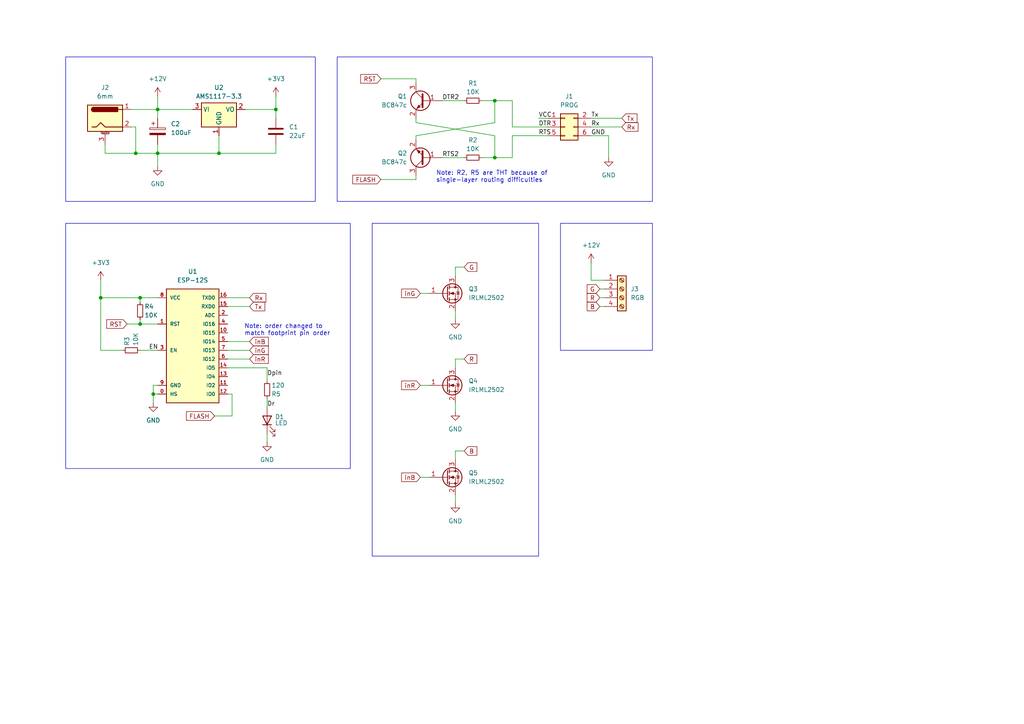
<source format=kicad_sch>
(kicad_sch (version 20231120) (generator "eeschema") (generator_version "8.0")
  (paper "A4")
  (lib_symbols
    (symbol "Connector:Barrel_Jack_MountingPin" (pin_names hide)
      (property "Reference" "J2" (at 0 8.89 0))
      (property "Value" "6mm" (at 0 6.35 0))
      (symbol "Barrel_Jack_MountingPin_0_1"
        (rectangle (start -5.08 3.81) (end 5.08 -3.81) (stroke (width 0.254)) (fill (type background)))
        (arc (start -3.302 3.175) (mid -3.9343 2.54) (end -3.302 1.905) (stroke (width 0.254)))
        (arc (start -3.302 3.175) (mid -3.9343 2.54) (end -3.302 1.905) (stroke (width 0.254)) (fill (type outline)))
        (polyline (pts (xy 5.08 2.54) (xy 3.81 2.54)) (stroke (width 0.254)))
        (polyline (pts (xy -3.81 -2.54) (xy -2.54 -2.54) (xy -1.27 -1.27) (xy 0 -2.54) (xy 2.54 -2.54) (xy 5.08 -2.54)) (stroke (width 0.254)))
        (rectangle (start 3.683 3.175) (end -3.302 1.905) (stroke (width 0.254)) (fill (type outline)))
      )
      (symbol "Barrel_Jack_MountingPin_1_1"
        (polyline (pts (xy -1.016 -4.572) (xy 1.016 -4.572)) (stroke (width 0.1524)))
        (text "Mounting" (at 0 -4.191 0) (effects (font (size 0.381 0.381))))
        (pin passive line (at 7.62 2.54 180) (length 2.54) (name "~") (number "1"))
        (pin passive line (at 7.62 -2.54 180) (length 2.54) (name "~") (number "2"))
        (pin passive line (at 0 -7.62 90) (length 3.048) (name "MountPin") (number "3"))
      )
    )
    (symbol "Connector:Screw_Terminal_01x04" (pin_names (offset 1.016) hide)
      (property "Reference" "J" (at 0 5.08 0))
      (property "Value" "Screw_Terminal_01x04" (at 0 -7.62 0))
      (symbol "Screw_Terminal_01x04_1_1"
        (rectangle (start -1.27 3.81) (end 1.27 -6.35) (stroke (width 0.254)) (fill (type background)))
        (circle (center 0 -5.08) (radius 0.635) (stroke (width 0.1524)))
        (circle (center 0 -2.54) (radius 0.635) (stroke (width 0.1524)))
        (polyline (pts (xy -0.5334 -4.7498) (xy 0.3302 -5.588)) (stroke (width 0.1524)))
        (polyline (pts (xy -0.5334 -2.2098) (xy 0.3302 -3.048)) (stroke (width 0.1524)))
        (polyline (pts (xy -0.5334 0.3302) (xy 0.3302 -0.508)) (stroke (width 0.1524)))
        (polyline (pts (xy -0.5334 2.8702) (xy 0.3302 2.032)) (stroke (width 0.1524)))
        (polyline (pts (xy -0.3556 -4.572) (xy 0.508 -5.4102)) (stroke (width 0.1524)))
        (polyline (pts (xy -0.3556 -2.032) (xy 0.508 -2.8702)) (stroke (width 0.1524)))
        (polyline (pts (xy -0.3556 0.508) (xy 0.508 -0.3302)) (stroke (width 0.1524)))
        (polyline (pts (xy -0.3556 3.048) (xy 0.508 2.2098)) (stroke (width 0.1524)))
        (circle (center 0 0) (radius 0.635) (stroke (width 0.1524)))
        (circle (center 0 2.54) (radius 0.635) (stroke (width 0.1524)))
        (pin passive line (at -5.08 2.54 0) (length 3.81) (name "Pin_1") (number "1"))
        (pin passive line (at -5.08 0 0) (length 3.81) (name "Pin_2") (number "2"))
        (pin passive line (at -5.08 -2.54 0) (length 3.81) (name "Pin_3") (number "3"))
        (pin passive line (at -5.08 -5.08 0) (length 3.81) (name "Pin_4") (number "4"))
      )
    )
    (symbol "Connector_Generic:Conn_02x03_Odd_Even" (pin_names (offset 1.016) hide)
      (property "Reference" "J" (at 1.27 5.08 0))
      (property "Value" "Conn_02x03_Odd_Even" (at 1.27 -5.08 0))
      (symbol "Conn_02x03_Odd_Even_1_1"
        (rectangle (start -1.27 -2.413) (end 0 -2.667) (stroke (width 0.1524)))
        (rectangle (start -1.27 0.127) (end 0 -0.127) (stroke (width 0.1524)))
        (rectangle (start -1.27 2.667) (end 0 2.413) (stroke (width 0.1524)))
        (rectangle (start -1.27 3.81) (end 3.81 -3.81) (stroke (width 0.254)) (fill (type background)))
        (rectangle (start 3.81 -2.413) (end 2.54 -2.667) (stroke (width 0.1524)))
        (rectangle (start 3.81 0.127) (end 2.54 -0.127) (stroke (width 0.1524)))
        (rectangle (start 3.81 2.667) (end 2.54 2.413) (stroke (width 0.1524)))
        (pin passive line (at -5.08 2.54 0) (length 3.81) (name "Pin_1") (number "1"))
        (pin passive line (at 7.62 2.54 180) (length 3.81) (name "Pin_2") (number "2"))
        (pin passive line (at -5.08 0 0) (length 3.81) (name "Pin_3") (number "3"))
        (pin passive line (at 7.62 0 180) (length 3.81) (name "Pin_4") (number "4"))
        (pin passive line (at -5.08 -2.54 0) (length 3.81) (name "Pin_5") (number "5"))
        (pin passive line (at 7.62 -2.54 180) (length 3.81) (name "Pin_6") (number "6"))
      )
    )
    (symbol "Device:C" (pin_numbers hide) (pin_names (offset 0.254))
      (property "Reference" "C" (at 0.635 2.54 0))
      (property "Value" "C" (at 0.635 -2.54 0))
      (symbol "C_0_1"
        (polyline (pts (xy -2.032 -0.762) (xy 2.032 -0.762)) (stroke (width 0.508)))
        (polyline (pts (xy -2.032 0.762) (xy 2.032 0.762)) (stroke (width 0.508)))
      )
      (symbol "C_1_1"
        (pin passive line (at 0 3.81 270) (length 2.794) (name "~") (number "1"))
        (pin passive line (at 0 -3.81 90) (length 2.794) (name "~") (number "2"))
      )
    )
    (symbol "Device:C_Polarized" (pin_numbers hide) (pin_names (offset 0.254))
      (property "Reference" "C" (at 0.635 2.54 0))
      (property "Value" "C_Polarized" (at 0.635 -2.54 0))
      (symbol "C_Polarized_0_1"
        (rectangle (start -2.286 0.508) (end 2.286 1.016))
        (polyline (pts (xy -1.778 2.286) (xy -0.762 2.286)))
        (polyline (pts (xy -1.27 2.794) (xy -1.27 1.778)))
        (rectangle (start 2.286 -0.508) (end -2.286 -1.016) (fill (type outline)))
      )
      (symbol "C_Polarized_1_1"
        (pin passive line (at 0 3.81 270) (length 2.794) (name "~") (number "1"))
        (pin passive line (at 0 -3.81 90) (length 2.794) (name "~") (number "2"))
      )
    )
    (symbol "Device:LED" (pin_numbers hide) (pin_names (offset 1.016) hide)
      (property "Reference" "D" (at 0 2.54 0))
      (property "Value" "LED" (at 0 -2.54 0))
      (symbol "LED_0_1"
        (polyline (pts (xy -1.27 -1.27) (xy -1.27 1.27)) (stroke (width 0.254)))
        (polyline (pts (xy -1.27 0) (xy 1.27 0)))
        (polyline (pts (xy 1.27 -1.27) (xy 1.27 1.27) (xy -1.27 0) (xy 1.27 -1.27)) (stroke (width 0.254)))
        (polyline (pts (xy -3.048 -0.762) (xy -4.572 -2.286) (xy -3.81 -2.286) (xy -4.572 -2.286) (xy -4.572 -1.524)))
        (polyline (pts (xy -1.778 -0.762) (xy -3.302 -2.286) (xy -2.54 -2.286) (xy -3.302 -2.286) (xy -3.302 -1.524)))
      )
      (symbol "LED_1_1"
        (pin passive line (at -3.81 0 0) (length 2.54) (name "K") (number "1"))
        (pin passive line (at 3.81 0 180) (length 2.54) (name "A") (number "2"))
      )
    )
    (symbol "Device:R_Small" (pin_numbers hide) (pin_names (offset 0.254) hide)
      (property "Reference" "R" (at 0.762 0.508 0))
      (property "Value" "R_Small" (at 0.762 -1.016 0))
      (symbol "R_Small_0_1"
        (rectangle (start -0.762 1.778) (end 0.762 -1.778) (stroke (width 0.2032)))
      )
      (symbol "R_Small_1_1"
        (pin passive line (at 0 2.54 270) (length 0.762) (name "~") (number "1"))
        (pin passive line (at 0 -2.54 90) (length 0.762) (name "~") (number "2"))
      )
    )
    (symbol "ESP-12S:ESP-12S" (pin_names (offset 1.016))
      (property "Reference" "U1" (at 0 22.86 0))
      (property "Value" "ESP-12S" (at 0 20.32 0))
      (symbol "ESP-12S_0_0"
        (rectangle (start -7.62 17.78) (end 7.62 -15.24) (stroke (width 0.254)) (fill (type background)))
        (pin bidirectional line (at -10.16 7.62 0) (length 2.54) (name "RST") (number "1"))
        (pin bidirectional line (at 10.16 5.08 180) (length 2.54) (name "IO15") (number "10"))
        (pin bidirectional line (at 10.16 -10.16 180) (length 2.54) (name "IO2") (number "11"))
        (pin bidirectional line (at 10.16 -12.7 180) (length 2.54) (name "IO0") (number "12"))
        (pin bidirectional line (at 10.16 -7.62 180) (length 2.54) (name "IO4") (number "13"))
        (pin bidirectional line (at 10.16 -5.08 180) (length 2.54) (name "IO5") (number "14"))
        (pin bidirectional line (at 10.16 12.7 180) (length 2.54) (name "RXD0") (number "15"))
        (pin bidirectional line (at 10.16 15.24 180) (length 2.54) (name "TXD0") (number "16"))
        (pin bidirectional line (at 10.16 10.16 180) (length 2.54) (name "ADC") (number "2"))
        (pin bidirectional line (at -10.16 0 0) (length 2.54) (name "EN") (number "3"))
        (pin bidirectional line (at 10.16 7.62 180) (length 2.54) (name "IO16") (number "4"))
        (pin bidirectional line (at 10.16 2.54 180) (length 2.54) (name "IO14") (number "5"))
        (pin bidirectional line (at 10.16 -2.54 180) (length 2.54) (name "IO12") (number "6"))
        (pin bidirectional line (at 10.16 0 180) (length 2.54) (name "IO13") (number "7"))
        (pin bidirectional line (at -10.16 15.24 0) (length 2.54) (name "VCC") (number "8"))
        (pin bidirectional line (at -10.16 -10.16 0) (length 2.54) (name "GND") (number "9"))
      )
      (symbol "ESP-12S_1_0"
        (pin bidirectional line (at -10.16 -12.7 0) (length 2.54) (name "HS") (number "0"))
      )
    )
    (symbol "Regulator_Linear:AMS1117-3.3"
      (property "Reference" "U" (at -3.81 3.175 0))
      (property "Value" "AMS1117-3.3" (at 0 3.175 0))
      (symbol "AMS1117-3.3_0_1"
        (rectangle (start -5.08 -5.08) (end 5.08 1.905) (stroke (width 0.254)) (fill (type background)))
      )
      (symbol "AMS1117-3.3_1_1"
        (pin power_in line (at 0 -7.62 90) (length 2.54) (name "GND") (number "1"))
        (pin power_out line (at 7.62 0 180) (length 2.54) (name "VO") (number "2"))
        (pin power_in line (at -7.62 0 0) (length 2.54) (name "VI") (number "3"))
      )
    )
    (symbol "Transistor_BJT:BC847" (pin_names (offset 0) hide)
      (property "Reference" "Q" (at 5.08 1.905 0))
      (property "Value" "BC847" (at 5.08 0 0))
      (symbol "BC847_0_1"
        (polyline (pts (xy 0.635 0.635) (xy 2.54 2.54)))
        (polyline (pts (xy 0.635 -0.635) (xy 2.54 -2.54) (xy 2.54 -2.54)))
        (polyline (pts (xy 0.635 1.905) (xy 0.635 -1.905) (xy 0.635 -1.905)) (stroke (width 0.508)))
        (polyline (pts (xy 1.27 -1.778) (xy 1.778 -1.27) (xy 2.286 -2.286) (xy 1.27 -1.778) (xy 1.27 -1.778)) (fill (type outline)))
        (circle (center 1.27 0) (radius 2.8194) (stroke (width 0.254)))
      )
      (symbol "BC847_1_1"
        (pin input line (at -5.08 0 0) (length 5.715) (name "B") (number "1"))
        (pin passive line (at 2.54 -5.08 90) (length 2.54) (name "E") (number "2"))
        (pin passive line (at 2.54 5.08 270) (length 2.54) (name "C") (number "3"))
      )
    )
    (symbol "Transistor_FET:IRLML6244" (pin_names hide)
      (property "Reference" "Q" (at 5.08 1.905 0))
      (property "Value" "IRLML6244" (at 5.08 0 0))
      (symbol "IRLML6244_0_1"
        (polyline (pts (xy 0.254 0) (xy -2.54 0)))
        (polyline (pts (xy 0.254 1.905) (xy 0.254 -1.905)) (stroke (width 0.254)))
        (polyline (pts (xy 0.762 -1.27) (xy 0.762 -2.286)) (stroke (width 0.254)))
        (polyline (pts (xy 0.762 0.508) (xy 0.762 -0.508)) (stroke (width 0.254)))
        (polyline (pts (xy 0.762 2.286) (xy 0.762 1.27)) (stroke (width 0.254)))
        (polyline (pts (xy 2.54 2.54) (xy 2.54 1.778)))
        (polyline (pts (xy 2.54 -2.54) (xy 2.54 0) (xy 0.762 0)))
        (polyline (pts (xy 0.762 -1.778) (xy 3.302 -1.778) (xy 3.302 1.778) (xy 0.762 1.778)))
        (polyline (pts (xy 1.016 0) (xy 2.032 0.381) (xy 2.032 -0.381) (xy 1.016 0)) (fill (type outline)))
        (polyline (pts (xy 2.794 0.508) (xy 2.921 0.381) (xy 3.683 0.381) (xy 3.81 0.254)))
        (polyline (pts (xy 3.302 0.381) (xy 2.921 -0.254) (xy 3.683 -0.254) (xy 3.302 0.381)))
        (circle (center 1.651 0) (radius 2.794) (stroke (width 0.254)))
        (circle (center 2.54 -1.778) (radius 0.254) (fill (type outline)))
        (circle (center 2.54 1.778) (radius 0.254) (fill (type outline)))
      )
      (symbol "IRLML6244_1_1"
        (pin input line (at -5.08 0 0) (length 2.54) (name "G") (number "1"))
        (pin passive line (at 2.54 -5.08 90) (length 2.54) (name "S") (number "2"))
        (pin passive line (at 2.54 5.08 270) (length 2.54) (name "D") (number "3"))
      )
    )
    (symbol "power:+12V" (power) (pin_numbers hide) (pin_names (offset 0) hide)
      (property "Value" "+12V" (at 0 3.556 0))
      (symbol "+12V_0_1"
        (polyline (pts (xy -0.762 1.27) (xy 0 2.54)))
        (polyline (pts (xy 0 0) (xy 0 2.54)))
        (polyline (pts (xy 0 2.54) (xy 0.762 1.27)))
      )
      (symbol "+12V_1_1"
        (pin power_in line (at 0 0 90) (length 0) (name "~") (number "1"))
      )
    )
    (symbol "power:+3V3" (power) (pin_numbers hide) (pin_names (offset 0) hide)
      (property "Value" "+3V3" (at 0 3.556 0))
      (symbol "+3V3_0_1"
        (polyline (pts (xy -0.762 1.27) (xy 0 2.54)))
        (polyline (pts (xy 0 0) (xy 0 2.54)))
        (polyline (pts (xy 0 2.54) (xy 0.762 1.27)))
      )
      (symbol "+3V3_1_1"
        (pin power_in line (at 0 0 90) (length 0) (name "~") (number "1"))
      )
    )
    (symbol "power:GND" (power) (pin_names (offset 0))
      (property "Value" "GND" (at 0 -3.81 0))
      (symbol "GND_0_1"
        (polyline (pts (xy 0 0) (xy 0 -1.27) (xy 1.27 -1.27) (xy 0 -2.54) (xy -1.27 -1.27) (xy 0 -1.27)))
      )
      (symbol "GND_1_1"
        (pin power_in line (at 0 0 270) (length 0) hide (name "GND") (number "1"))
      )
    )
  )
  (junction (at 80.01 31.75))
  (junction (at 44.45 114.3))
  (junction (at 143.51 29.21))
  (junction (at 143.51 45.72))
  (junction (at 29.21 86.36))
  (junction (at 45.72 44.45))
  (junction (at 40.64 93.98))
  (junction (at 63.5 44.45))
  (junction (at 40.64 86.36))
  (junction (at 45.72 31.75))
  (junction (at 39.37 44.45))
  (wire (pts (xy 156.21 34.29) (xy 158.75 34.29)))
  (wire (pts (xy 29.21 86.36) (xy 29.21 101.6)))
  (wire (pts (xy 80.01 41.91) (xy 80.01 44.45)))
  (wire (pts (xy 40.64 86.36) (xy 40.64 87.63)))
  (wire (pts (xy 110.49 52.07) (xy 120.65 52.07)))
  (wire (pts (xy 80.01 27.94) (xy 80.01 31.75)))
  (wire (pts (xy 44.45 114.3) (xy 44.45 116.84)))
  (wire (pts (xy 66.04 86.36) (xy 72.39 86.36)))
  (wire (pts (xy 143.51 39.37) (xy 143.51 45.72)))
  (wire (pts (xy 171.45 39.37) (xy 176.53 39.37)))
  (wire (pts (xy 132.08 104.14) (xy 134.62 104.14)))
  (wire (pts (xy 120.65 24.13) (xy 120.65 22.86)))
  (wire (pts (xy 132.08 106.68) (xy 132.08 104.14)))
  (wire (pts (xy 139.7 45.72) (xy 143.51 45.72)))
  (wire (pts (xy 171.45 34.29) (xy 180.34 34.29)))
  (wire (pts (xy 132.08 77.47) (xy 134.62 77.47)))
  (wire (pts (xy 128.27 29.21) (xy 134.62 29.21)))
  (wire (pts (xy 45.72 41.91) (xy 45.72 44.45)))
  (wire (pts (xy 132.08 90.17) (xy 132.08 92.71)))
  (wire (pts (xy 66.04 88.9) (xy 72.39 88.9)))
  (wire (pts (xy 120.65 22.86) (xy 110.49 22.86)))
  (wire (pts (xy 40.64 86.36) (xy 45.72 86.36)))
  (wire (pts (xy 132.08 130.81) (xy 134.62 130.81)))
  (wire (pts (xy 132.08 80.01) (xy 132.08 77.47)))
  (wire (pts (xy 66.04 101.6) (xy 72.39 101.6)))
  (wire (pts (xy 29.21 86.36) (xy 40.64 86.36)))
  (wire (pts (xy 62.23 120.65) (xy 67.31 120.65)))
  (wire (pts (xy 36.83 93.98) (xy 40.64 93.98)))
  (wire (pts (xy 71.12 31.75) (xy 80.01 31.75)))
  (wire (pts (xy 39.37 36.83) (xy 39.37 44.45)))
  (wire (pts (xy 45.72 31.75) (xy 45.72 34.29)))
  (wire (pts (xy 29.21 81.28) (xy 29.21 86.36)))
  (wire (pts (xy 121.92 85.09) (xy 124.46 85.09)))
  (wire (pts (xy 132.08 143.51) (xy 132.08 146.05)))
  (wire (pts (xy 120.65 39.37) (xy 120.65 40.64)))
  (wire (pts (xy 143.51 35.56) (xy 143.51 29.21)))
  (wire (pts (xy 143.51 45.72) (xy 148.59 45.72)))
  (wire (pts (xy 171.45 81.28) (xy 175.26 81.28)))
  (wire (pts (xy 77.47 106.68) (xy 77.47 110.49)))
  (wire (pts (xy 80.01 31.75) (xy 80.01 34.29)))
  (wire (pts (xy 66.04 104.14) (xy 72.39 104.14)))
  (wire (pts (xy 132.08 116.84) (xy 132.08 119.38)))
  (wire (pts (xy 173.99 83.82) (xy 175.26 83.82)))
  (wire (pts (xy 40.64 92.71) (xy 40.64 93.98)))
  (wire (pts (xy 67.31 114.3) (xy 66.04 114.3)))
  (wire (pts (xy 63.5 39.37) (xy 63.5 44.45)))
  (wire (pts (xy 139.7 29.21) (xy 143.51 29.21)))
  (wire (pts (xy 45.72 44.45) (xy 39.37 44.45)))
  (wire (pts (xy 44.45 114.3) (xy 45.72 114.3)))
  (wire (pts (xy 66.04 99.06) (xy 72.39 99.06)))
  (wire (pts (xy 120.65 39.37) (xy 143.51 35.56)))
  (wire (pts (xy 77.47 115.57) (xy 77.47 118.11)))
  (wire (pts (xy 30.48 44.45) (xy 30.48 41.91)))
  (wire (pts (xy 67.31 114.3) (xy 67.31 120.65)))
  (wire (pts (xy 121.92 138.43) (xy 124.46 138.43)))
  (wire (pts (xy 132.08 133.35) (xy 132.08 130.81)))
  (wire (pts (xy 63.5 44.45) (xy 80.01 44.45)))
  (wire (pts (xy 45.72 31.75) (xy 55.88 31.75)))
  (wire (pts (xy 45.72 44.45) (xy 63.5 44.45)))
  (wire (pts (xy 39.37 36.83) (xy 38.1 36.83)))
  (wire (pts (xy 148.59 36.83) (xy 158.75 36.83)))
  (wire (pts (xy 44.45 111.76) (xy 44.45 114.3)))
  (wire (pts (xy 120.65 35.56) (xy 143.51 39.37)))
  (wire (pts (xy 121.92 111.76) (xy 124.46 111.76)))
  (wire (pts (xy 173.99 86.36) (xy 175.26 86.36)))
  (wire (pts (xy 148.59 39.37) (xy 158.75 39.37)))
  (wire (pts (xy 45.72 111.76) (xy 44.45 111.76)))
  (wire (pts (xy 173.99 88.9) (xy 175.26 88.9)))
  (wire (pts (xy 120.65 50.8) (xy 120.65 52.07)))
  (wire (pts (xy 128.27 45.72) (xy 134.62 45.72)))
  (wire (pts (xy 176.53 39.37) (xy 176.53 45.72)))
  (wire (pts (xy 66.04 106.68) (xy 77.47 106.68)))
  (wire (pts (xy 40.64 101.6) (xy 45.72 101.6)))
  (wire (pts (xy 45.72 44.45) (xy 45.72 48.26)))
  (wire (pts (xy 40.64 93.98) (xy 45.72 93.98)))
  (wire (pts (xy 148.59 36.83) (xy 148.59 29.21)))
  (wire (pts (xy 29.21 101.6) (xy 35.56 101.6)))
  (wire (pts (xy 143.51 29.21) (xy 148.59 29.21)))
  (wire (pts (xy 77.47 125.73) (xy 77.47 128.27)))
  (wire (pts (xy 148.59 45.72) (xy 148.59 39.37)))
  (wire (pts (xy 171.45 76.2) (xy 171.45 81.28)))
  (wire (pts (xy 39.37 44.45) (xy 30.48 44.45)))
  (wire (pts (xy 120.65 34.29) (xy 120.65 35.56)))
  (wire (pts (xy 171.45 36.83) (xy 180.34 36.83)))
  (wire (pts (xy 45.72 31.75) (xy 45.72 27.94)))
  (wire (pts (xy 38.1 31.75) (xy 45.72 31.75)))
  (rectangle (start 107.95 64.77) (end 156.21 161.29))
  (rectangle (start 19.05 16.51) (end 91.44 58.42))
  (rectangle (start 162.56 64.77) (end 189.23 101.6))
  (rectangle (start 19.05 64.77) (end 101.6 135.89))
  (rectangle (start 97.79 16.51) (end 189.23 58.42))
  (text "Note: R2, R5 are THT because of\nsingle-layer routing difficulties" (at 126.492 51.308 0) (effects (font (size 1.27 1.27)) (justify left)))
  (text "Note: order changed to\nmatch footprint pin order " (at 70.866 95.758 0) (effects (font (size 1.27 1.27)) (justify left)))
  (label "DTR2" (at 128.27 29.21 0))
  (label "RTS2" (at 128.27 45.72 0))
  (label "DTR" (at 156.21 36.83 0))
  (label "Dpin" (at 77.47 109.22 0))
  (label "Rx" (at 171.45 36.83 0))
  (label "VCC" (at 156.21 34.29 0))
  (label "Dr" (at 77.47 118.11 0))
  (label "RTS" (at 156.21 39.37 0))
  (label "EN" (at 43.18 101.6 0))
  (label "Tx" (at 171.45 34.29 0))
  (label "GND" (at 171.45 39.37 0))
  (global_label "inG" (shape input) (at 72.39 101.6 0) (property "Intersheetrefs" "${INTERSHEET_REFS}" (effects (hide yes))))
  (global_label "R" (shape input) (at 173.99 86.36 180) (property "Intersheetrefs" "${INTERSHEET_REFS}" (effects (hide yes))))
  (global_label "B" (shape input) (at 173.99 88.9 180) (property "Intersheetrefs" "${INTERSHEET_REFS}" (effects (hide yes))))
  (global_label "FLASH" (shape input) (at 62.23 120.65 180) (property "Intersheetrefs" "${INTERSHEET_REFS}" (effects (hide yes))))
  (global_label "inR" (shape input) (at 72.39 104.14 0) (property "Intersheetrefs" "${INTERSHEET_REFS}" (effects (hide yes))))
  (global_label "Tx" (shape input) (at 72.39 88.9 0) (property "Intersheetrefs" "${INTERSHEET_REFS}" (effects (hide yes))))
  (global_label "inG" (shape input) (at 121.92 85.09 180) (property "Intersheetrefs" "${INTERSHEET_REFS}" (effects (hide yes))))
  (global_label "FLASH" (shape input) (at 110.49 52.07 180) (property "Intersheetrefs" "${INTERSHEET_REFS}" (effects (hide yes))))
  (global_label "inB" (shape input) (at 72.39 99.06 0) (property "Intersheetrefs" "${INTERSHEET_REFS}" (effects (hide yes))))
  (global_label "R" (shape input) (at 134.62 104.14 0) (property "Intersheetrefs" "${INTERSHEET_REFS}" (effects (hide yes))))
  (global_label "inR" (shape input) (at 121.92 111.76 180) (property "Intersheetrefs" "${INTERSHEET_REFS}" (effects (hide yes))))
  (global_label "Tx" (shape input) (at 180.34 34.29 0) (property "Intersheetrefs" "${INTERSHEET_REFS}" (effects (hide yes))))
  (global_label "B" (shape input) (at 134.62 130.81 0) (property "Intersheetrefs" "${INTERSHEET_REFS}" (effects (hide yes))))
  (global_label "Rx" (shape input) (at 72.39 86.36 0) (property "Intersheetrefs" "${INTERSHEET_REFS}" (effects (hide yes))))
  (global_label "Rx" (shape input) (at 180.34 36.83 0) (property "Intersheetrefs" "${INTERSHEET_REFS}" (effects (hide yes))))
  (global_label "RST" (shape input) (at 36.83 93.98 180) (property "Intersheetrefs" "${INTERSHEET_REFS}" (effects (hide yes))))
  (global_label "G" (shape input) (at 134.62 77.47 0) (property "Intersheetrefs" "${INTERSHEET_REFS}" (effects (hide yes))))
  (global_label "RST" (shape input) (at 110.49 22.86 180) (property "Intersheetrefs" "${INTERSHEET_REFS}" (effects (hide yes))))
  (global_label "G" (shape input) (at 173.99 83.82 180) (property "Intersheetrefs" "${INTERSHEET_REFS}" (effects (hide yes))))
  (global_label "inB" (shape input) (at 121.92 138.43 180) (property "Intersheetrefs" "${INTERSHEET_REFS}" (effects (hide yes))))
  (symbol (lib_id "Device:C_Polarized") (at 45.72 38.1 0) (unit 1)
    (property "Reference" "C2" (at 49.53 35.9409 0) (effects (justify left)))
    (property "Value" "100uF" (at 49.53 38.4809 0) (effects (justify left)))
    (property "Footprint" "Capacitor_THT:CP_Radial_D6.3mm_P2.50mm" (effects (hide yes)))
    (property "Description" "Polarized capacitor" (effects (hide yes)))
  )
  (symbol (lib_id "Device:R_Small") (at 40.64 90.17 180) (unit 1)
    (property "Reference" "R4" (at 41.91 88.9 0) (effects (justify right)))
    (property "Value" "10K" (at 41.91 91.44 0) (effects (justify right)))
    (property "Footprint" "Resistor_SMD:R_0603_1608Metric_Pad0.98x0.95mm_HandSolder" (effects (hide yes)))
  )
  (symbol (lib_id "power:GND") (at 132.08 146.05 0) (unit 1)
    (property "Reference" "#PWR010" (effects (hide yes)))
    (property "Value" "GND" (at 132.08 151.13 0))
  )
  (symbol (lib_id "Device:C") (at 80.01 38.1 0) (unit 1)
    (property "Reference" "C1" (at 83.82 36.8299 0) (effects (justify left)))
    (property "Value" "22uF" (at 83.82 39.3699 0) (effects (justify left)))
    (property "Footprint" "Capacitor_SMD:C_0805_2012Metric_Pad1.18x1.45mm_HandSolder" (effects (hide yes)))
    (property "Description" "Unpolarized capacitor" (effects (hide yes)))
  )
  (symbol (lib_id "Connector:Barrel_Jack_MountingPin") (at 30.48 34.29 0) (unit 1)
    (property "Reference" "J2" (at 30.48 25.4 0))
    (property "Value" "6mm" (at 30.48 27.94 0))
    (property "Footprint" "Connector_BarrelJack:BarrelJack_CUI_PJ-102AH_Horizontal" (effects (hide yes)))
    (property "Description" "DC Barrel Jack with a mounting pin" (effects (hide yes)))
  )
  (symbol (lib_id "power:+3V3") (at 29.21 81.28 0) (unit 1)
    (property "Reference" "#PWR013" (effects (hide yes)))
    (property "Value" "+3V3" (at 29.21 76.2 0))
    (property "Description" "Power symbol creates a global label with name \"+3V3\"" (effects (hide yes)))
  )
  (symbol (lib_id "Device:R_Small") (at 137.16 29.21 90) (unit 1)
    (property "Reference" "R1" (at 137.16 24.13 90))
    (property "Value" "10K" (at 137.16 26.67 90))
    (property "Footprint" "Resistor_SMD:R_0603_1608Metric_Pad0.98x0.95mm_HandSolder" (effects (hide yes)))
  )
  (symbol (lib_id "Transistor_FET:IRLML6244") (at 129.54 85.09 0) (unit 1)
    (property "Reference" "Q3" (at 135.89 83.8199 0) (effects (justify left)))
    (property "Value" "IRLML2502" (at 135.89 86.3599 0) (effects (justify left)))
    (property "Footprint" "Package_TO_SOT_SMD:SOT-23_Handsoldering" (effects (hide yes)))
  )
  (symbol (lib_id "power:+12V") (at 171.45 76.2 0) (unit 1)
    (property "Reference" "#PWR09" (effects (hide yes)))
    (property "Value" "+12V" (at 171.45 71.12 0))
    (property "Description" "Power symbol creates a global label with name \"+12V\"" (effects (hide yes)))
  )
  (symbol (lib_id "power:GND") (at 44.45 116.84 0) (unit 1)
    (property "Reference" "#PWR05" (effects (hide yes)))
    (property "Value" "GND" (at 44.45 121.92 0))
  )
  (symbol (lib_id "Regulator_Linear:AMS1117-3.3") (at 63.5 31.75 0) (unit 1)
    (property "Reference" "U2" (at 63.5 25.4 0))
    (property "Value" "AMS1117-3.3" (at 63.5 27.94 0))
    (property "Footprint" "Package_TO_SOT_SMD:SOT-223-3_TabPin2" (effects (hide yes)))
    (property "Datasheet" "http://www.advanced-monolithic.com/pdf/ds1117.pdf" (effects (hide yes)))
    (property "Description" "1A Low Dropout regulator, positive, 3.3V fixed output, SOT-223" (effects (hide yes)))
  )
  (symbol (lib_id "Device:LED") (at 77.47 121.92 90) (unit 1)
    (property "Reference" "D1" (at 79.756 120.904 90) (effects (justify right)))
    (property "Value" "LED" (at 79.756 122.682 90) (effects (justify right)))
    (property "Footprint" "LED_THT:LED_D3.0mm" (effects (hide yes)))
    (property "Description" "Light emitting diode" (effects (hide yes)))
  )
  (symbol (lib_id "power:GND") (at 45.72 48.26 0) (unit 1)
    (property "Reference" "#PWR02" (effects (hide yes)))
    (property "Value" "GND" (at 45.72 53.34 0))
  )
  (symbol (lib_id "Transistor_BJT:BC847") (at 123.19 45.72 180) (unit 1)
    (property "Reference" "Q2" (at 118.11 44.4499 0) (effects (justify left)))
    (property "Value" "BC847c" (at 118.11 46.9899 0) (effects (justify left)))
    (property "Footprint" "Package_TO_SOT_SMD:SOT-23_Handsoldering" (effects (hide yes)))
    (property "Datasheet" "http://www.infineon.com/dgdl/Infineon-BC847SERIES_BC848SERIES_BC849SERIES_BC850SERIES-DS-v01_01-en.pdf?fileId=db3a304314dca389011541d4630a1657" (effects (hide yes)))
    (property "Description" "0.1A Ic, 45V Vce, NPN Transistor, SOT-23" (effects (hide yes)))
  )
  (symbol (lib_id "Transistor_FET:IRLML6244") (at 129.54 138.43 0) (unit 1)
    (property "Reference" "Q5" (at 135.89 137.1599 0) (effects (justify left)))
    (property "Value" "IRLML2502" (at 135.89 139.6999 0) (effects (justify left)))
    (property "Footprint" "Package_TO_SOT_SMD:SOT-23_Handsoldering" (effects (hide yes)))
  )
  (symbol (lib_id "power:GND") (at 132.08 119.38 0) (unit 1)
    (property "Reference" "#PWR08" (effects (hide yes)))
    (property "Value" "GND" (at 132.08 124.46 0))
  )
  (symbol (lib_id "power:+12V") (at 45.72 27.94 0) (unit 1)
    (property "Reference" "#PWR06" (effects (hide yes)))
    (property "Value" "+12V" (at 45.72 22.86 0))
    (property "Description" "Power symbol creates a global label with name \"+12V\"" (effects (hide yes)))
  )
  (symbol (lib_id "power:GND") (at 132.08 92.71 0) (unit 1)
    (property "Reference" "#PWR011" (effects (hide yes)))
    (property "Value" "GND" (at 132.08 97.79 0))
  )
  (symbol (lib_id "Device:R_Small") (at 38.1 101.6 270) (mirror x) (unit 1)
    (property "Reference" "R3" (at 36.83 100.33 0) (effects (justify left)))
    (property "Value" "10K" (at 39.37 100.33 0) (effects (justify left)))
    (property "Footprint" "Resistor_SMD:R_0603_1608Metric_Pad0.98x0.95mm_HandSolder" (effects (hide yes)))
  )
  (symbol (lib_id "Connector_Generic:Conn_02x03_Odd_Even") (at 163.83 36.83 0) (unit 1)
    (property "Reference" "J1" (at 165.1 27.94 0))
    (property "Value" "PROG" (at 165.1 30.48 0))
    (property "Footprint" "Connector_PinHeader_2.54mm:PinHeader_2x03_P2.54mm_Vertical" (effects (hide yes)))
  )
  (symbol (lib_id "Transistor_BJT:BC847") (at 123.19 29.21 0) (mirror y) (unit 1)
    (property "Reference" "Q1" (at 118.11 27.9399 0) (effects (justify left)))
    (property "Value" "BC847c" (at 118.11 30.4799 0) (effects (justify left)))
    (property "Footprint" "Package_TO_SOT_SMD:SOT-23_Handsoldering" (effects (hide yes)))
    (property "Datasheet" "http://www.infineon.com/dgdl/Infineon-BC847SERIES_BC848SERIES_BC849SERIES_BC850SERIES-DS-v01_01-en.pdf?fileId=db3a304314dca389011541d4630a1657" (effects (hide yes)))
    (property "Description" "0.1A Ic, 45V Vce, NPN Transistor, SOT-23" (effects (hide yes)))
  )
  (symbol (lib_id "ESP-12S:ESP-12S") (at 55.88 101.6 0) (unit 1)
    (property "Reference" "U1" (at 55.88 78.74 0))
    (property "Value" "ESP-12S" (at 55.88 81.28 0))
    (property "Footprint" "lib_ESP-12S:esp" (effects (hide yes)))
    (property "PROD_ID" "IC-14115" (effects (hide yes)))
  )
  (symbol (lib_id "power:+3V3") (at 80.01 27.94 0) (unit 1)
    (property "Reference" "#PWR01" (effects (hide yes)))
    (property "Value" "+3V3" (at 80.01 22.86 0))
    (property "Description" "Power symbol creates a global label with name \"+3V3\"" (effects (hide yes)))
  )
  (symbol (lib_id "Connector:Screw_Terminal_01x04") (at 180.34 83.82 0) (unit 1)
    (property "Reference" "J3" (at 182.88 83.8199 0) (effects (justify left)))
    (property "Value" "RGB" (at 182.88 86.3599 0) (effects (justify left)))
    (property "Footprint" "lib_MyARK:ARK_ScrewTerminal_5.00mm_4" (effects (hide yes)))
    (property "Description" "Generic screw terminal, single row, 01x04, script generated (kicad-library-utils/schlib/autogen/connector/)" (effects (hide yes)))
  )
  (symbol (lib_id "Transistor_FET:IRLML6244") (at 129.54 111.76 0) (unit 1)
    (property "Reference" "Q4" (at 135.89 110.4899 0) (effects (justify left)))
    (property "Value" "IRLML2502" (at 135.89 113.0299 0) (effects (justify left)))
    (property "Footprint" "Package_TO_SOT_SMD:SOT-23_Handsoldering" (effects (hide yes)))
  )
  (symbol (lib_id "Device:R_Small") (at 137.16 45.72 90) (unit 1)
    (property "Reference" "R2" (at 137.16 40.64 90))
    (property "Value" "10K" (at 137.16 43.18 90))
    (property "Footprint" "Resistor_THT:R_Axial_DIN0204_L3.6mm_D1.6mm_P7.62mm_Horizontal" (effects (hide yes)))
  )
  (symbol (lib_id "power:GND") (at 77.47 128.27 0) (unit 1)
    (property "Reference" "#PWR04" (effects (hide yes)))
    (property "Value" "GND" (at 77.47 133.35 0))
  )
  (symbol (lib_id "Device:R_Small") (at 77.47 113.03 0) (unit 1)
    (property "Reference" "R5" (at 78.74 114.3 0) (effects (justify left)))
    (property "Value" "120" (at 78.74 111.76 0) (effects (justify left)))
    (property "Footprint" "Resistor_THT:R_Axial_DIN0204_L3.6mm_D1.6mm_P7.62mm_Horizontal" (effects (hide yes)))
  )
  (symbol (lib_id "power:GND") (at 176.53 45.72 0) (unit 1)
    (property "Reference" "#PWR03" (effects (hide yes)))
    (property "Value" "GND" (at 176.53 50.8 0))
  )
)
</source>
